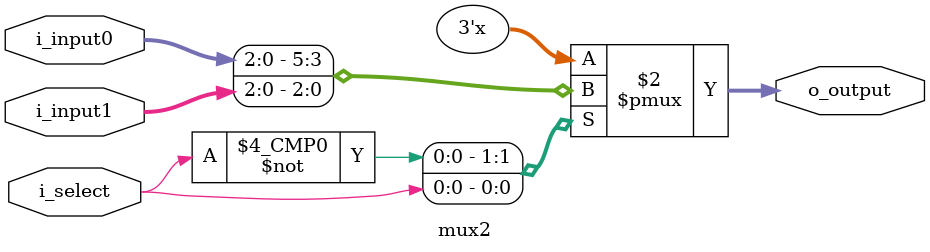
<source format=sv>
module mux2 #(parameter N=3) (
    input i_select,
    input[N-1:0] i_input0,
    input[N-1:0] i_input1,
    output[N-1:0] o_output
);

always_comb
    case(i_select)
        0: o_output = i_input0;
        1: o_output = i_input1;
    endcase

endmodule
</source>
